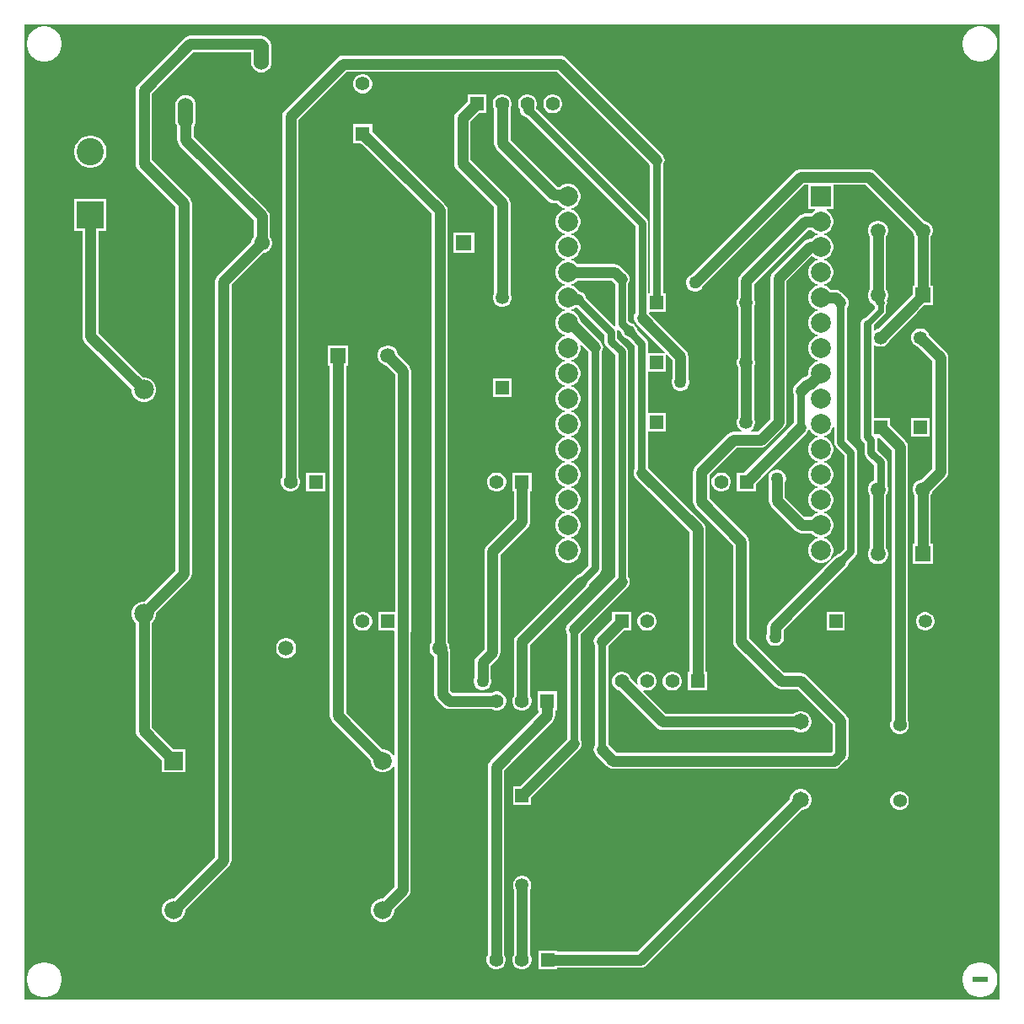
<source format=gtl>
%FSLAX23Y23*%
%MOIN*%
%SFA1B1*%

%IPPOS*%
%ADD13R,0.061020X0.023620*%
%ADD30C,0.061020*%
%ADD31R,0.061020X0.061020*%
%ADD34C,0.107480*%
%ADD35R,0.107480X0.107480*%
%ADD37C,0.031500*%
%ADD38C,0.043310*%
%ADD39C,0.023620*%
%ADD40C,0.078740*%
%ADD41R,0.078740X0.078740*%
%ADD42C,0.072000*%
%ADD43R,0.072000X0.072000*%
%ADD44R,0.059370X0.059370*%
%ADD45C,0.059370*%
%ADD46O,0.060000X0.120000*%
%ADD47R,0.055120X0.055120*%
%ADD48C,0.055120*%
%ADD49R,0.053150X0.053150*%
%ADD50C,0.053150*%
%ADD51R,0.055120X0.055120*%
%ADD52C,0.064960*%
%ADD53C,0.077950*%
%ADD54R,0.053150X0.053150*%
%ADD55C,0.053470*%
%ADD56C,0.050000*%
%LNpcb2-1*%
%LPD*%
G36*
X7086Y1023D02*
X3228D01*
Y4881*
X7086*
Y1023*
G37*
%LNpcb2-2*%
%LPC*%
G36*
X7014Y4872D02*
X7001D01*
X6987Y4869*
X6975Y4864*
X6963Y4856*
X6954Y4847*
X6946Y4835*
X6941Y4823*
X6938Y4809*
Y4796*
X6941Y4783*
X6946Y4770*
X6954Y4759*
X6963Y4749*
X6975Y4741*
X6987Y4736*
X7001Y4734*
X7014*
X7028Y4736*
X7040Y4741*
X7051Y4749*
X7061Y4759*
X7069Y4770*
X7074Y4783*
X7076Y4796*
Y4809*
X7074Y4823*
X7069Y4835*
X7061Y4847*
X7051Y4856*
X7040Y4864*
X7028Y4869*
X7014Y4872*
G37*
G36*
X3313D02*
X3300D01*
X3286Y4869*
X3274Y4864*
X3263Y4856*
X3253Y4847*
X3245Y4835*
X3240Y4823*
X3238Y4809*
Y4796*
X3240Y4783*
X3245Y4770*
X3253Y4759*
X3263Y4749*
X3274Y4741*
X3286Y4736*
X3300Y4734*
X3313*
X3327Y4736*
X3339Y4741*
X3351Y4749*
X3360Y4759*
X3368Y4770*
X3373Y4783*
X3376Y4796*
Y4809*
X3373Y4823*
X3368Y4835*
X3360Y4847*
X3351Y4856*
X3339Y4864*
X3327Y4869*
X3313Y4872*
G37*
G36*
X4165Y4835D02*
X3883D01*
X3875Y4833*
X3867Y4830*
X3861Y4825*
X3678Y4642*
X3673Y4636*
X3669Y4628*
X3668Y4620*
Y4330*
X3669Y4322*
X3673Y4314*
X3678Y4308*
X3826Y4160*
Y2719*
X3704Y2598*
X3694*
X3681Y2594*
X3670Y2588*
X3661Y2579*
X3655Y2568*
X3651Y2555*
Y2542*
X3655Y2530*
X3661Y2519*
X3668Y2511*
Y2086*
X3669Y2078*
X3673Y2070*
X3678Y2063*
X3772Y1969*
Y1922*
X3864*
Y2014*
X3817*
X3732Y2099*
Y2511*
X3739Y2519*
X3746Y2530*
X3749Y2542*
Y2553*
X3880Y2684*
X3885Y2690*
X3889Y2698*
X3890Y2706*
Y4173*
X3889Y4181*
X3885Y4189*
X3880Y4195*
X3732Y4343*
Y4607*
X3896Y4771*
X4125*
Y4730*
X4126Y4720*
X4130Y4710*
X4137Y4702*
X4145Y4695*
X4155Y4691*
X4165Y4690*
X4176Y4691*
X4185Y4695*
X4194Y4702*
X4200Y4710*
X4204Y4720*
X4206Y4730*
Y4790*
X4204Y4801*
X4200Y4810*
X4194Y4819*
X4191Y4820*
X4188Y4825*
X4181Y4830*
X4174Y4833*
X4165Y4835*
G37*
G36*
X4571Y4683D02*
X4561D01*
X4552Y4680*
X4543Y4675*
X4536Y4668*
X4531Y4660*
X4529Y4650*
Y4640*
X4531Y4631*
X4536Y4622*
X4543Y4615*
X4552Y4610*
X4561Y4608*
X4571*
X4581Y4610*
X4589Y4615*
X4596Y4622*
X4601Y4631*
X4604Y4640*
Y4650*
X4601Y4660*
X4596Y4668*
X4589Y4675*
X4581Y4680*
X4571Y4683*
G37*
G36*
X5323Y4604D02*
X5313D01*
X5303Y4601*
X5295Y4596*
X5288Y4589*
X5283Y4581*
X5280Y4571*
Y4561*
X5283Y4552*
X5288Y4543*
X5295Y4536*
X5303Y4531*
X5313Y4529*
X5323*
X5332Y4531*
X5341Y4536*
X5348Y4543*
X5353Y4552*
X5355Y4561*
Y4571*
X5353Y4581*
X5348Y4589*
X5341Y4596*
X5332Y4601*
X5323Y4604*
G37*
G36*
X3495Y4440D02*
X3483D01*
X3470Y4438*
X3459Y4433*
X3448Y4426*
X3440Y4417*
X3433Y4407*
X3428Y4395*
X3425Y4383*
Y4370*
X3428Y4358*
X3433Y4346*
X3440Y4336*
X3448Y4327*
X3459Y4320*
X3470Y4315*
X3483Y4313*
X3495*
X3508Y4315*
X3519Y4320*
X3530Y4327*
X3539Y4336*
X3546Y4346*
X3550Y4358*
X3553Y4370*
Y4383*
X3550Y4395*
X3546Y4407*
X3539Y4417*
X3530Y4426*
X3519Y4433*
X3508Y4438*
X3495Y4440*
G37*
G36*
X5007Y4056D02*
X4926D01*
Y3975*
X5007*
Y4056*
G37*
G36*
X5347Y4756D02*
X4488D01*
X4479Y4755*
X4472Y4752*
X4465Y4746*
X4258Y4539*
X4253Y4532*
X4249Y4525*
X4248Y4516*
Y3090*
X4245Y3085*
X4243Y3075*
Y3065*
X4245Y3056*
X4250Y3047*
X4257Y3040*
X4266Y3035*
X4275Y3033*
X4285*
X4295Y3035*
X4303Y3040*
X4310Y3047*
X4315Y3056*
X4318Y3065*
Y3075*
X4315Y3085*
X4312Y3090*
Y4503*
X4501Y4692*
X5334*
X5702Y4324*
Y3816*
X5696*
Y4093*
X5695Y4100*
X5692Y4106*
X5688Y4112*
X5252Y4548*
Y4551*
X5253Y4552*
X5255Y4561*
Y4571*
X5253Y4581*
X5248Y4589*
X5241Y4596*
X5232Y4601*
X5223Y4604*
X5213*
X5203Y4601*
X5195Y4596*
X5188Y4589*
X5183Y4581*
X5180Y4571*
Y4561*
X5183Y4552*
X5188Y4543*
X5188Y4543*
Y4543*
X5189Y4535*
X5192Y4527*
X5197Y4520*
X5204Y4515*
X5212Y4512*
X5214Y4512*
X5644Y4082*
Y3739*
X5642Y3736*
X5639Y3729*
X5638Y3721*
X5639Y3712*
X5642Y3705*
X5647Y3698*
X5761Y3584*
X5759Y3579*
X5695*
Y3618*
X5694Y3625*
X5691Y3631*
X5687Y3637*
X5651Y3673*
X5650Y3676*
X5647Y3683*
X5642Y3690*
X5641Y3692*
X5634Y3697*
X5626Y3700*
X5624Y3700*
X5616Y3708*
Y3855*
X5618Y3857*
X5621Y3865*
X5622Y3873*
X5621Y3881*
X5618Y3889*
X5613Y3896*
X5585Y3923*
X5579Y3928*
X5571Y3931*
X5563Y3932*
X5415*
X5408Y3940*
X5397Y3946*
X5391Y3948*
Y3953*
X5397Y3954*
X5408Y3961*
X5417Y3970*
X5423Y3981*
X5427Y3994*
Y4007*
X5423Y4019*
X5417Y4031*
X5408Y4040*
X5397Y4046*
X5391Y4048*
Y4053*
X5397Y4054*
X5408Y4061*
X5417Y4070*
X5423Y4081*
X5427Y4094*
Y4107*
X5423Y4119*
X5417Y4131*
X5408Y4140*
X5397Y4146*
X5391Y4148*
Y4153*
X5397Y4154*
X5408Y4161*
X5417Y4170*
X5423Y4181*
X5427Y4194*
Y4207*
X5423Y4219*
X5417Y4231*
X5408Y4240*
X5397Y4246*
X5384Y4250*
X5371*
X5358Y4246*
X5347Y4240*
X5344Y4237*
X5335*
X5150Y4422*
Y4547*
X5153Y4552*
X5155Y4561*
Y4571*
X5153Y4581*
X5148Y4589*
X5141Y4596*
X5132Y4601*
X5123Y4604*
X5113*
X5103Y4601*
X5095Y4596*
X5088Y4589*
X5083Y4581*
X5080Y4571*
Y4561*
X5083Y4552*
X5086Y4547*
Y4409*
X5087Y4401*
X5090Y4393*
X5095Y4386*
X5299Y4183*
X5305Y4178*
X5313Y4174*
X5321Y4173*
X5336*
X5338Y4170*
X5347Y4161*
X5358Y4154*
X5364Y4153*
Y4148*
X5358Y4146*
X5347Y4140*
X5338Y4131*
X5331Y4119*
X5328Y4107*
Y4094*
X5331Y4081*
X5338Y4070*
X5347Y4061*
X5358Y4054*
X5364Y4053*
Y4048*
X5358Y4046*
X5347Y4040*
X5338Y4031*
X5331Y4019*
X5328Y4007*
Y3994*
X5331Y3981*
X5338Y3970*
X5347Y3961*
X5358Y3954*
X5364Y3953*
Y3948*
X5358Y3946*
X5347Y3940*
X5338Y3931*
X5331Y3919*
X5328Y3907*
Y3894*
X5331Y3881*
X5338Y3870*
X5347Y3861*
X5358Y3854*
X5364Y3853*
Y3848*
X5358Y3846*
X5347Y3840*
X5338Y3831*
X5331Y3819*
X5328Y3807*
Y3794*
X5331Y3781*
X5338Y3770*
X5347Y3761*
X5358Y3754*
X5364Y3753*
Y3748*
X5358Y3746*
X5347Y3740*
X5338Y3731*
X5331Y3719*
X5328Y3707*
Y3694*
X5331Y3681*
X5338Y3670*
X5347Y3661*
X5358Y3654*
X5364Y3653*
Y3648*
X5358Y3646*
X5347Y3640*
X5338Y3631*
X5331Y3619*
X5328Y3607*
Y3594*
X5331Y3581*
X5338Y3570*
X5347Y3561*
X5358Y3554*
X5364Y3553*
Y3548*
X5358Y3546*
X5347Y3540*
X5338Y3531*
X5331Y3519*
X5328Y3507*
Y3494*
X5331Y3481*
X5338Y3470*
X5347Y3461*
X5358Y3454*
X5364Y3453*
Y3448*
X5358Y3446*
X5347Y3440*
X5338Y3431*
X5331Y3419*
X5328Y3407*
Y3394*
X5331Y3381*
X5338Y3370*
X5347Y3361*
X5358Y3354*
X5364Y3353*
Y3348*
X5358Y3346*
X5347Y3340*
X5338Y3331*
X5331Y3319*
X5328Y3307*
Y3294*
X5331Y3281*
X5338Y3270*
X5347Y3261*
X5358Y3254*
X5364Y3253*
Y3248*
X5358Y3246*
X5347Y3240*
X5338Y3231*
X5331Y3219*
X5328Y3207*
Y3194*
X5331Y3181*
X5338Y3170*
X5347Y3161*
X5358Y3154*
X5364Y3153*
Y3148*
X5358Y3146*
X5347Y3140*
X5338Y3131*
X5331Y3119*
X5328Y3107*
Y3094*
X5331Y3081*
X5338Y3070*
X5347Y3061*
X5358Y3054*
X5364Y3053*
Y3048*
X5358Y3046*
X5347Y3040*
X5338Y3031*
X5331Y3019*
X5328Y3007*
Y2994*
X5331Y2981*
X5338Y2970*
X5347Y2961*
X5358Y2954*
X5364Y2953*
Y2948*
X5358Y2946*
X5347Y2940*
X5338Y2931*
X5331Y2919*
X5328Y2907*
Y2894*
X5331Y2881*
X5338Y2870*
X5347Y2861*
X5358Y2854*
X5364Y2853*
Y2848*
X5358Y2846*
X5347Y2840*
X5338Y2831*
X5331Y2819*
X5328Y2807*
Y2794*
X5331Y2781*
X5338Y2770*
X5347Y2761*
X5358Y2754*
X5371Y2751*
X5384*
X5397Y2754*
X5408Y2761*
X5417Y2770*
X5423Y2781*
X5427Y2794*
Y2807*
X5423Y2819*
X5417Y2831*
X5408Y2840*
X5397Y2846*
X5391Y2848*
Y2853*
X5397Y2854*
X5408Y2861*
X5417Y2870*
X5423Y2881*
X5427Y2894*
Y2907*
X5423Y2919*
X5417Y2931*
X5408Y2940*
X5397Y2946*
X5391Y2948*
Y2953*
X5397Y2954*
X5408Y2961*
X5417Y2970*
X5423Y2981*
X5427Y2994*
Y3007*
X5423Y3019*
X5417Y3031*
X5408Y3040*
X5397Y3046*
X5391Y3048*
Y3053*
X5397Y3054*
X5408Y3061*
X5417Y3070*
X5423Y3081*
X5427Y3094*
Y3107*
X5423Y3119*
X5417Y3131*
X5408Y3140*
X5397Y3146*
X5391Y3148*
Y3153*
X5397Y3154*
X5408Y3161*
X5417Y3170*
X5423Y3181*
X5427Y3194*
Y3207*
X5423Y3219*
X5417Y3231*
X5408Y3240*
X5397Y3246*
X5391Y3248*
Y3253*
X5397Y3254*
X5408Y3261*
X5417Y3270*
X5423Y3281*
X5427Y3294*
Y3307*
X5423Y3319*
X5417Y3331*
X5408Y3340*
X5397Y3346*
X5391Y3348*
Y3353*
X5397Y3354*
X5408Y3361*
X5417Y3370*
X5423Y3381*
X5427Y3394*
Y3407*
X5423Y3419*
X5417Y3431*
X5408Y3440*
X5397Y3446*
X5391Y3448*
Y3453*
X5397Y3454*
X5408Y3461*
X5417Y3470*
X5423Y3481*
X5427Y3494*
Y3507*
X5423Y3519*
X5417Y3531*
X5408Y3540*
X5397Y3546*
X5391Y3548*
Y3553*
X5397Y3554*
X5408Y3561*
X5417Y3570*
X5423Y3581*
X5427Y3594*
Y3607*
X5426Y3610*
X5430Y3612*
X5459Y3583*
Y2740*
X5427Y2708*
X5424Y2708*
X5417Y2704*
X5410Y2699*
X5174Y2463*
X5169Y2456*
X5166Y2449*
X5164Y2440*
Y2224*
X5161Y2219*
X5159Y2209*
Y2199*
X5161Y2190*
X5166Y2181*
X5173Y2174*
X5182Y2169*
X5191Y2167*
X5201*
X5211Y2169*
X5219Y2174*
X5226Y2181*
X5231Y2190*
X5234Y2199*
Y2209*
X5231Y2219*
X5228Y2224*
Y2427*
X5455Y2654*
X5460Y2661*
X5463Y2668*
X5464Y2671*
X5504Y2711*
X5508Y2716*
X5510Y2723*
X5511Y2729*
Y3584*
X5513Y3586*
X5516Y3594*
X5517Y3602*
X5516Y3611*
X5513Y3618*
X5508Y3625*
X5428Y3705*
X5427Y3706*
Y3707*
X5423Y3719*
X5417Y3731*
X5408Y3740*
X5397Y3746*
X5391Y3748*
Y3753*
X5397Y3754*
X5408Y3761*
X5409Y3762*
X5413*
X5522Y3653*
Y3627*
X5522Y3621*
X5525Y3614*
X5529Y3609*
X5564Y3574*
Y2696*
X5378Y2510*
X5373Y2503*
X5370Y2496*
X5369Y2487*
X5370Y2479*
X5373Y2471*
X5375Y2469*
Y2054*
X5188Y1867*
X5160*
Y1794*
X5233*
Y1822*
X5423Y2012*
X5428Y2019*
X5431Y2026*
X5433Y2035*
X5431Y2043*
X5428Y2050*
X5427Y2053*
Y2468*
X5613Y2654*
X5618Y2661*
X5621Y2668*
X5622Y2677*
X5621Y2685*
X5618Y2693*
X5616Y2695*
Y3585*
X5615Y3592*
X5613Y3598*
X5608Y3603*
X5573Y3638*
Y3664*
X5573Y3671*
X5573Y3671*
X5577Y3673*
X5587Y3663*
X5587Y3661*
X5590Y3653*
X5595Y3646*
X5597Y3645*
X5604Y3640*
X5611Y3637*
X5614Y3636*
X5643Y3607*
Y3125*
X5641Y3123*
X5638Y3115*
X5637Y3107*
X5638Y3099*
X5641Y3091*
X5646Y3085*
X5858Y2873*
Y2321*
X5852*
Y2245*
X5928*
Y2321*
X5922*
Y2886*
X5921Y2894*
X5918Y2902*
X5913Y2909*
X5695Y3126*
Y3270*
X5764*
Y3343*
X5695*
Y3506*
X5764*
Y3573*
X5769Y3576*
X5791Y3554*
Y3480*
X5790Y3479*
X5788Y3470*
Y3461*
X5790Y3452*
X5794Y3444*
X5801Y3437*
X5809Y3433*
X5818Y3431*
X5827*
X5836Y3433*
X5844Y3437*
X5851Y3444*
X5855Y3452*
X5858Y3461*
Y3470*
X5855Y3479*
X5854Y3480*
Y3568*
X5853Y3576*
X5850Y3584*
X5845Y3590*
X5698Y3737*
X5700Y3742*
X5764*
Y3816*
X5754*
Y4325*
X5755Y4327*
X5759Y4335*
X5760Y4343*
X5759Y4351*
X5755Y4359*
X5750Y4366*
X5370Y4746*
X5363Y4752*
X5355Y4755*
X5347Y4756*
G37*
G36*
X5055Y4604D02*
X4980D01*
Y4574*
X4938Y4532*
X4932Y4525*
X4929Y4517*
X4928Y4509*
Y4330*
X4929Y4322*
X4932Y4314*
X4938Y4308*
X5086Y4160*
Y3817*
X5084Y3813*
X5081Y3804*
Y3794*
X5084Y3785*
X5088Y3776*
X5095Y3769*
X5103Y3765*
X5113Y3762*
X5122*
X5132Y3765*
X5140Y3769*
X5147Y3776*
X5152Y3785*
X5154Y3794*
Y3804*
X5152Y3813*
X5150Y3817*
Y4173*
X5148Y4181*
X5145Y4189*
X5140Y4195*
X4992Y4343*
Y4496*
X5025Y4529*
X5055*
Y4604*
G37*
G36*
X6569Y4308D02*
X6299D01*
X6290Y4307*
X6283Y4304*
X6276Y4299*
X5868Y3891*
X5867Y3891*
X5859Y3887*
X5852Y3880*
X5848Y3872*
X5846Y3863*
Y3854*
X5848Y3845*
X5852Y3837*
X5859Y3830*
X5867Y3826*
X5876Y3824*
X5885*
X5894Y3826*
X5902Y3830*
X5909Y3837*
X5913Y3845*
X5913Y3846*
X6312Y4245*
X6328*
Y4151*
X6354*
X6355Y4150*
X6354Y4144*
X6347Y4140*
X6340Y4132*
X6315*
X6307Y4131*
X6299Y4128*
X6293Y4123*
X6060Y3890*
X6055Y3883*
X6051Y3875*
X6050Y3867*
Y3797*
X6048Y3793*
X6046Y3784*
Y3774*
X6048Y3765*
X6050Y3761*
Y3561*
X6048Y3557*
X6046Y3548*
Y3538*
X6048Y3529*
X6050Y3525*
Y3324*
X6048Y3321*
X6046Y3311*
Y3302*
X6048Y3292*
X6053Y3284*
X6060Y3277*
X6065Y3274*
X6063Y3269*
X6033*
X6024Y3268*
X6017Y3265*
X6010Y3260*
X5882Y3133*
X5877Y3126*
X5874Y3118*
X5873Y3110*
Y2992*
X5874Y2983*
X5877Y2976*
X5882Y2969*
X6031Y2821*
Y2440*
X6032Y2432*
X6035Y2424*
X6040Y2418*
X6197Y2260*
X6204Y2255*
X6212Y2252*
X6220Y2251*
X6285*
X6424Y2112*
Y2007*
X6418Y2000*
X5569*
X5537Y2032*
Y2421*
X5598Y2482*
X5628*
Y2557*
X5552*
Y2527*
X5489Y2463*
X5484Y2456*
X5480Y2449*
X5479Y2440*
X5480Y2432*
X5484Y2424*
X5485Y2422*
Y2031*
X5484Y2029*
X5480Y2021*
X5479Y2013*
X5480Y2004*
X5484Y1997*
X5489Y1990*
X5533Y1945*
X5540Y1940*
X5548Y1937*
X5556Y1936*
X6431*
X6439Y1937*
X6447Y1940*
X6453Y1945*
X6479Y1971*
X6484Y1977*
X6487Y1985*
X6488Y1993*
Y2125*
X6487Y2134*
X6484Y2141*
X6479Y2148*
X6321Y2306*
X6315Y2311*
X6307Y2314*
X6299Y2315*
X6233*
X6094Y2454*
Y2834*
X6093Y2842*
X6090Y2850*
X6085Y2857*
X5937Y3005*
Y3097*
X6046Y3206*
X6141*
X6149Y3207*
X6156Y3210*
X6163Y3215*
X6233Y3285*
X6238Y3292*
X6241Y3299*
X6242Y3308*
Y3864*
X6343Y3965*
X6347Y3961*
X6358Y3954*
X6364Y3953*
Y3948*
X6358Y3946*
X6347Y3940*
X6338Y3931*
X6331Y3919*
X6328Y3907*
Y3894*
X6331Y3881*
X6338Y3870*
X6347Y3861*
X6358Y3854*
X6364Y3853*
Y3848*
X6358Y3846*
X6347Y3840*
X6338Y3831*
X6331Y3819*
X6328Y3807*
Y3794*
X6331Y3781*
X6338Y3770*
X6347Y3761*
X6358Y3754*
X6364Y3753*
Y3748*
X6358Y3746*
X6347Y3740*
X6338Y3731*
X6331Y3719*
X6328Y3707*
Y3694*
X6331Y3681*
X6338Y3670*
X6347Y3661*
X6358Y3654*
X6364Y3653*
Y3648*
X6358Y3646*
X6347Y3640*
X6338Y3631*
X6331Y3619*
X6328Y3607*
Y3594*
X6331Y3581*
X6338Y3570*
X6347Y3561*
X6358Y3554*
X6364Y3553*
Y3548*
X6358Y3546*
X6347Y3540*
X6338Y3531*
X6331Y3519*
X6328Y3507*
Y3496*
X6320Y3488*
X6316Y3487*
X6308Y3484*
X6302Y3479*
X6276Y3454*
X6271Y3447*
X6268Y3439*
X6267Y3431*
X6268Y3423*
X6271Y3415*
X6273Y3413*
Y3305*
X6076Y3108*
X6046*
Y3033*
X6121*
Y3063*
X6321Y3263*
X6326Y3269*
X6329Y3276*
X6333Y3276*
X6334Y3276*
X6338Y3270*
X6347Y3261*
X6358Y3254*
X6364Y3253*
Y3248*
X6358Y3246*
X6347Y3240*
X6338Y3231*
X6331Y3219*
X6328Y3207*
Y3194*
X6331Y3181*
X6338Y3170*
X6347Y3161*
X6358Y3154*
X6364Y3153*
Y3148*
X6358Y3146*
X6347Y3140*
X6338Y3131*
X6331Y3119*
X6328Y3107*
Y3094*
X6331Y3081*
X6338Y3070*
X6347Y3061*
X6358Y3054*
X6364Y3053*
Y3048*
X6358Y3046*
X6347Y3040*
X6338Y3031*
X6331Y3019*
X6328Y3007*
Y2994*
X6331Y2981*
X6338Y2970*
X6347Y2961*
X6358Y2954*
X6364Y2953*
Y2948*
X6358Y2946*
X6347Y2940*
X6340Y2932*
X6313*
X6236Y3009*
Y3069*
X6237Y3070*
X6240Y3079*
Y3088*
X6237Y3097*
X6233Y3105*
X6226Y3112*
X6218Y3116*
X6209Y3119*
X6200*
X6191Y3116*
X6183Y3112*
X6176Y3105*
X6172Y3097*
X6170Y3088*
Y3079*
X6172Y3070*
X6173Y3069*
Y2995*
X6174Y2987*
X6177Y2979*
X6182Y2973*
X6277Y2878*
X6284Y2873*
X6291Y2869*
X6300Y2868*
X6340*
X6347Y2861*
X6358Y2854*
X6364Y2853*
Y2848*
X6358Y2846*
X6347Y2840*
X6338Y2831*
X6331Y2819*
X6328Y2807*
Y2794*
X6331Y2781*
X6338Y2770*
X6347Y2761*
X6358Y2754*
X6371Y2751*
X6384*
X6397Y2754*
X6408Y2761*
X6417Y2770*
X6423Y2781*
X6427Y2794*
Y2807*
X6423Y2819*
X6417Y2831*
X6408Y2840*
X6397Y2846*
X6391Y2848*
Y2853*
X6397Y2854*
X6408Y2861*
X6417Y2870*
X6423Y2881*
X6427Y2894*
Y2907*
X6423Y2919*
X6417Y2931*
X6408Y2940*
X6397Y2946*
X6391Y2948*
Y2953*
X6397Y2954*
X6408Y2961*
X6417Y2970*
X6423Y2981*
X6427Y2994*
Y3007*
X6423Y3019*
X6417Y3031*
X6408Y3040*
X6397Y3046*
X6391Y3048*
Y3053*
X6397Y3054*
X6408Y3061*
X6417Y3070*
X6423Y3081*
X6427Y3094*
Y3107*
X6423Y3119*
X6417Y3131*
X6408Y3140*
X6397Y3146*
X6391Y3148*
Y3153*
X6397Y3154*
X6408Y3161*
X6417Y3170*
X6423Y3181*
X6427Y3194*
Y3207*
X6423Y3219*
X6417Y3231*
X6408Y3240*
X6397Y3246*
X6391Y3248*
Y3253*
X6397Y3254*
X6408Y3261*
X6417Y3270*
X6423Y3281*
X6425Y3288*
X6430Y3287*
Y3228*
X6431Y3221*
X6434Y3215*
X6438Y3209*
X6470Y3178*
Y2806*
X6451Y2787*
X6448Y2786*
X6440Y2783*
X6434Y2778*
X6175Y2519*
X6170Y2513*
X6167Y2505*
X6166Y2497*
Y2473*
X6164Y2470*
X6162Y2461*
Y2452*
X6164Y2443*
X6169Y2435*
X6175Y2429*
X6183Y2424*
X6192Y2422*
X6201*
X6210Y2424*
X6218Y2429*
X6225Y2435*
X6230Y2443*
X6232Y2452*
Y2461*
X6230Y2470*
Y2484*
X6479Y2733*
X6484Y2739*
X6487Y2747*
X6487Y2750*
X6514Y2776*
X6518Y2782*
X6521Y2788*
X6522Y2795*
Y3188*
X6521Y3195*
X6518Y3201*
X6514Y3207*
X6482Y3239*
Y3761*
X6484Y3763*
X6487Y3771*
X6488Y3779*
X6487Y3787*
X6484Y3795*
X6479Y3802*
X6459Y3821*
X6453Y3826*
X6445Y3829*
X6437Y3830*
X6417*
X6417Y3831*
X6408Y3840*
X6397Y3846*
X6391Y3848*
Y3853*
X6397Y3854*
X6408Y3861*
X6417Y3870*
X6423Y3881*
X6427Y3894*
Y3907*
X6423Y3919*
X6417Y3931*
X6408Y3940*
X6397Y3946*
X6391Y3948*
Y3953*
X6397Y3954*
X6408Y3961*
X6417Y3970*
X6423Y3981*
X6427Y3994*
Y4007*
X6423Y4019*
X6417Y4031*
X6408Y4040*
X6397Y4046*
X6391Y4048*
Y4053*
X6397Y4054*
X6408Y4061*
X6417Y4070*
X6423Y4081*
X6427Y4094*
Y4107*
X6423Y4119*
X6417Y4131*
X6408Y4140*
X6401Y4144*
X6400Y4150*
X6401Y4151*
X6427*
Y4245*
X6556*
X6741Y4059*
X6744Y4049*
X6749Y4040*
Y3848*
X6741*
Y3814*
X6714Y3787*
X6604Y3676*
X6600Y3675*
X6592Y3671*
X6587Y3673*
Y3689*
X6629Y3732*
X6634Y3739*
X6636Y3747*
Y3766*
X6636Y3766*
X6639Y3772*
X6640Y3779*
X6639Y3786*
X6638Y3788*
X6641Y3793*
X6644Y3803*
Y3814*
X6641Y3824*
X6636Y3833*
Y4040*
X6641Y4049*
X6644Y4059*
Y4070*
X6641Y4080*
X6636Y4089*
X6628Y4096*
X6619Y4101*
X6609Y4104*
X6599*
X6589Y4101*
X6579Y4096*
X6572Y4089*
X6567Y4080*
X6564Y4070*
Y4059*
X6567Y4049*
X6572Y4040*
Y3833*
X6567Y3824*
X6564Y3814*
Y3803*
X6567Y3793*
X6572Y3784*
X6579Y3777*
X6586Y3773*
X6587Y3771*
X6591Y3765*
X6591Y3765*
Y3756*
X6555Y3720*
X6555Y3720*
X6548Y3717*
X6543Y3713*
X6539Y3708*
X6536Y3702*
X6535Y3695*
Y3250*
X6536Y3243*
X6539Y3237*
X6543Y3231*
X6550Y3224*
Y3186*
X6551Y3180*
X6554Y3173*
X6558Y3168*
X6588Y3138*
Y3077*
X6579Y3073*
X6572Y3065*
X6567Y3056*
X6564Y3046*
Y3036*
X6567Y3026*
X6572Y3017*
Y2809*
X6567Y2800*
X6564Y2790*
Y2780*
X6567Y2770*
X6572Y2761*
X6579Y2753*
X6589Y2748*
X6599Y2745*
X6609*
X6619Y2748*
X6628Y2753*
X6636Y2761*
X6641Y2770*
X6644Y2780*
Y2790*
X6641Y2800*
X6636Y2809*
Y3017*
X6641Y3026*
X6644Y3036*
Y3046*
X6641Y3056*
X6640Y3058*
Y3058*
Y3149*
X6639Y3156*
X6636Y3162*
X6632Y3167*
X6602Y3197*
Y3235*
X6602Y3241*
X6601Y3243*
X6604Y3248*
X6607Y3248*
X6658Y3198*
Y2127*
X6655Y2123*
X6653Y2114*
Y2104*
X6655Y2095*
X6660Y2087*
X6667Y2080*
X6675Y2075*
X6685Y2072*
X6694*
X6704Y2075*
X6712Y2080*
X6719Y2087*
X6724Y2095*
X6726Y2104*
Y2114*
X6724Y2123*
X6721Y2127*
Y3211*
X6720Y3219*
X6717Y3227*
X6712Y3234*
X6650Y3295*
Y3323*
X6587*
Y3609*
X6592Y3611*
X6600Y3607*
X6609Y3605*
X6618*
X6628Y3607*
X6636Y3612*
X6643Y3619*
X6648Y3627*
X6649Y3631*
X6759Y3741*
X6786Y3769*
X6821*
Y3848*
X6813*
Y4040*
X6818Y4049*
X6821Y4059*
Y4070*
X6818Y4080*
X6813Y4089*
X6805Y4096*
X6796Y4101*
X6787Y4104*
X6592Y4299*
X6585Y4304*
X6577Y4307*
X6569Y4308*
G37*
G36*
X5154Y3481D02*
X5081D01*
Y3408*
X5154*
Y3481*
G37*
G36*
X3553Y4190D02*
X3425D01*
Y4063*
X3457*
Y3646*
X3458Y3638*
X3461Y3630*
X3466Y3623*
X3651Y3438*
Y3428*
X3655Y3416*
X3661Y3404*
X3670Y3395*
X3681Y3389*
X3694Y3386*
X3707*
X3719Y3389*
X3730Y3395*
X3739Y3404*
X3746Y3416*
X3749Y3428*
Y3441*
X3746Y3453*
X3739Y3465*
X3730Y3474*
X3719Y3480*
X3707Y3484*
X3696*
X3521Y3659*
Y4063*
X3553*
Y4190*
G37*
G36*
X6808Y3323D02*
X6735D01*
Y3250*
X6808*
Y3323*
G37*
G36*
X5989Y3108D02*
X5979D01*
X5969Y3105*
X5961Y3100*
X5954Y3093*
X5949Y3085*
X5946Y3075*
Y3065*
X5949Y3056*
X5954Y3047*
X5961Y3040*
X5969Y3035*
X5979Y3033*
X5989*
X5998Y3035*
X6007Y3040*
X6014Y3047*
X6019Y3056*
X6021Y3065*
Y3075*
X6019Y3085*
X6014Y3093*
X6007Y3100*
X5998Y3105*
X5989Y3108*
G37*
G36*
X5101D02*
X5091D01*
X5082Y3105*
X5073Y3100*
X5066Y3093*
X5061Y3085*
X5059Y3075*
Y3065*
X5061Y3056*
X5066Y3047*
X5073Y3040*
X5082Y3035*
X5091Y3033*
X5101*
X5111Y3035*
X5119Y3040*
X5126Y3047*
X5131Y3056*
X5134Y3065*
Y3075*
X5131Y3085*
X5126Y3093*
X5119Y3100*
X5111Y3105*
X5101Y3108*
G37*
G36*
X4418D02*
X4343D01*
Y3033*
X4418*
Y3108*
G37*
G36*
X6776Y3678D02*
X6766D01*
X6757Y3675*
X6749Y3671*
X6742Y3664*
X6737Y3655*
X6735Y3646*
Y3636*
X6737Y3627*
X6742Y3619*
X6749Y3612*
X6757Y3607*
X6761Y3606*
X6818Y3549*
Y3123*
X6775Y3080*
X6766Y3078*
X6757Y3073*
X6749Y3065*
X6744Y3056*
X6741Y3046*
Y3036*
X6744Y3026*
X6749Y3017*
Y2825*
X6741*
Y2745*
X6821*
Y2825*
X6813*
Y3017*
X6818Y3026*
X6821Y3035*
X6872Y3087*
X6878Y3094*
X6881Y3101*
X6882Y3110*
Y3562*
X6881Y3571*
X6878Y3578*
X6872Y3585*
X6806Y3651*
X6805Y3655*
X6800Y3664*
X6794Y3671*
X6785Y3675*
X6776Y3678*
G37*
G36*
X6796Y2556D02*
X6786D01*
X6777Y2553*
X6768Y2548*
X6762Y2542*
X6757Y2533*
X6754Y2524*
Y2514*
X6757Y2505*
X6762Y2497*
X6768Y2490*
X6777Y2485*
X6786Y2483*
X6796*
X6805Y2485*
X6813Y2490*
X6820Y2497*
X6825Y2505*
X6827Y2514*
Y2524*
X6825Y2533*
X6820Y2542*
X6813Y2548*
X6805Y2553*
X6796Y2556*
G37*
G36*
X6473D02*
X6400D01*
Y2483*
X6473*
Y2556*
G37*
G36*
X5695Y2557D02*
X5685D01*
X5676Y2554*
X5667Y2549*
X5660Y2542*
X5655Y2534*
X5652Y2524*
Y2514*
X5655Y2505*
X5660Y2496*
X5667Y2489*
X5676Y2484*
X5685Y2482*
X5695*
X5705Y2484*
X5713Y2489*
X5720Y2496*
X5725Y2505*
X5728Y2514*
Y2524*
X5725Y2534*
X5720Y2542*
X5713Y2549*
X5705Y2554*
X5695Y2557*
G37*
G36*
X4571D02*
X4561D01*
X4552Y2554*
X4543Y2549*
X4536Y2542*
X4531Y2534*
X4529Y2524*
Y2514*
X4531Y2505*
X4536Y2496*
X4543Y2489*
X4552Y2484*
X4561Y2482*
X4571*
X4581Y2484*
X4589Y2489*
X4596Y2496*
X4601Y2505*
X4604Y2514*
Y2524*
X4601Y2534*
X4596Y2542*
X4589Y2549*
X4581Y2554*
X4571Y2557*
G37*
G36*
X4269Y2453D02*
X4258D01*
X4248Y2450*
X4239Y2445*
X4232Y2437*
X4226Y2428*
X4224Y2418*
Y2408*
X4226Y2398*
X4232Y2389*
X4239Y2381*
X4248Y2376*
X4258Y2373*
X4269*
X4279Y2376*
X4288Y2381*
X4295Y2389*
X4300Y2398*
X4303Y2408*
Y2418*
X4300Y2428*
X4295Y2437*
X4288Y2445*
X4279Y2450*
X4269Y2453*
G37*
G36*
X5695Y2321D02*
X5685D01*
X5676Y2318*
X5667Y2313*
X5660Y2306*
X5655Y2297*
X5652Y2288*
Y2278*
X5654Y2271*
X5650Y2268*
X5627Y2292*
X5625Y2297*
X5620Y2306*
X5613Y2313*
X5605Y2318*
X5595Y2321*
X5585*
X5576Y2318*
X5567Y2313*
X5560Y2306*
X5555Y2297*
X5552Y2288*
Y2278*
X5555Y2268*
X5560Y2260*
X5567Y2253*
X5576Y2248*
X5581Y2246*
X5729Y2099*
X5736Y2094*
X5743Y2091*
X5751Y2090*
X6271*
X6273Y2088*
X6282Y2082*
X6293Y2079*
X6304*
X6315Y2082*
X6325Y2088*
X6333Y2095*
X6338Y2105*
X6341Y2116*
Y2127*
X6338Y2138*
X6333Y2148*
X6325Y2156*
X6315Y2161*
X6304Y2164*
X6293*
X6282Y2161*
X6273Y2156*
X6271Y2153*
X5765*
X5675Y2243*
X5678Y2247*
X5685Y2245*
X5695*
X5705Y2248*
X5713Y2253*
X5720Y2260*
X5725Y2268*
X5728Y2278*
Y2288*
X5725Y2297*
X5720Y2306*
X5713Y2313*
X5705Y2318*
X5695Y2321*
G37*
G36*
X5234Y3108D02*
X5159D01*
Y3033*
X5164*
Y2926*
X5056Y2818*
X5051Y2811*
X5048Y2803*
X5047Y2795*
Y2408*
X5018Y2379*
X5013Y2372*
X5009Y2364*
X5008Y2356*
Y2298*
X5007Y2296*
X5005Y2287*
Y2278*
X5007Y2269*
X5012Y2261*
X5018Y2254*
X5026Y2250*
X5035Y2247*
X5044*
X5053Y2250*
X5061Y2254*
X5068Y2261*
X5072Y2269*
X5075Y2278*
Y2287*
X5072Y2296*
X5072Y2296*
Y2343*
X5101Y2372*
X5106Y2379*
X5109Y2386*
X5110Y2395*
Y2782*
X5219Y2890*
X5224Y2897*
X5227Y2905*
X5228Y2913*
Y3033*
X5234*
Y3108*
G37*
G36*
X5795Y2321D02*
X5785D01*
X5776Y2318*
X5767Y2313*
X5760Y2306*
X5755Y2297*
X5752Y2288*
Y2278*
X5755Y2268*
X5760Y2260*
X5767Y2253*
X5776Y2248*
X5785Y2245*
X5795*
X5805Y2248*
X5813Y2253*
X5820Y2260*
X5825Y2268*
X5828Y2278*
Y2288*
X5825Y2297*
X5820Y2306*
X5813Y2313*
X5805Y2318*
X5795Y2321*
G37*
G36*
X4604Y4486D02*
X4529D01*
Y4411*
X4559*
X4838Y4132*
Y2437*
X4833Y2428*
X4830Y2418*
Y2408*
X4833Y2398*
X4838Y2389*
X4845Y2381*
X4849Y2379*
Y2230*
X4851Y2221*
X4854Y2214*
X4859Y2207*
X4884Y2182*
X4891Y2177*
X4899Y2173*
X4907Y2172*
X5077*
X5082Y2169*
X5091Y2167*
X5101*
X5111Y2169*
X5119Y2174*
X5126Y2181*
X5131Y2190*
X5134Y2199*
Y2209*
X5131Y2219*
X5126Y2227*
X5119Y2234*
X5111Y2239*
X5101Y2242*
X5091*
X5082Y2239*
X5077Y2236*
X4920*
X4913Y2243*
Y2397*
X4912Y2405*
X4909Y2412*
Y2418*
X4907Y2428*
X4902Y2437*
Y4145*
X4900Y4153*
X4897Y4161*
X4892Y4168*
X4604Y4456*
Y4486*
G37*
G36*
X4670Y3610D02*
X4660D01*
X4650Y3607*
X4640Y3602*
X4633Y3595*
X4628Y3586*
X4625Y3576*
Y3565*
X4628Y3555*
X4633Y3546*
X4640Y3539*
X4650Y3533*
X4659Y3531*
X4694Y3496*
Y2557*
X4629*
Y2482*
X4689*
X4692Y2478*
X4692Y2477*
Y1989*
X4687Y1988*
X4682Y1996*
X4673Y2005*
X4663Y2011*
X4651Y2014*
X4644*
X4500Y2158*
Y3531*
X4508*
Y3610*
X4428*
Y3531*
X4436*
Y2145*
X4437Y2137*
X4440Y2129*
X4445Y2123*
X4599Y1969*
Y1962*
X4602Y1950*
X4608Y1940*
X4617Y1931*
X4627Y1925*
X4639Y1922*
X4651*
X4663Y1925*
X4673Y1931*
X4682Y1940*
X4687Y1948*
X4692Y1947*
Y1469*
X4646Y1423*
X4639*
X4627Y1420*
X4617Y1414*
X4608Y1405*
X4602Y1395*
X4599Y1383*
Y1371*
X4602Y1359*
X4608Y1349*
X4617Y1340*
X4627Y1334*
X4639Y1331*
X4651*
X4663Y1334*
X4673Y1340*
X4682Y1349*
X4688Y1359*
X4691Y1371*
Y1378*
X4746Y1433*
X4752Y1440*
X4755Y1447*
X4756Y1456*
Y2469*
X4756Y2470*
X4758Y2479*
Y3510*
X4756Y3518*
X4753Y3526*
X4748Y3532*
X4704Y3576*
X4702Y3586*
X4697Y3595*
X4689Y3602*
X4680Y3607*
X4670Y3610*
G37*
G36*
X6694Y1847D02*
X6685D01*
X6675Y1844*
X6667Y1839*
X6660Y1832*
X6655Y1824*
X6653Y1815*
Y1805*
X6655Y1796*
X6660Y1787*
X6667Y1781*
X6675Y1776*
X6685Y1773*
X6694*
X6704Y1776*
X6712Y1781*
X6719Y1787*
X6724Y1796*
X6726Y1805*
Y1815*
X6724Y1824*
X6719Y1832*
X6712Y1839*
X6704Y1844*
X6694Y1847*
G37*
G36*
X3865Y4601D02*
X3855Y4599D01*
X3845Y4595*
X3837Y4589*
X3830Y4580*
X3826Y4571*
X3825Y4560*
Y4500*
X3826Y4490*
X3830Y4480*
X3833Y4476*
Y4423*
X3834Y4415*
X3838Y4407*
X3843Y4401*
X4135Y4108*
Y4041*
X4134Y4040*
X4129Y4031*
X4126Y4021*
Y4020*
X3993Y3886*
X3988Y3880*
X3984Y3872*
X3983Y3864*
Y1587*
X3819Y1423*
X3812*
X3800Y1420*
X3790Y1414*
X3781Y1405*
X3775Y1395*
X3772Y1383*
Y1371*
X3775Y1359*
X3781Y1349*
X3790Y1340*
X3800Y1334*
X3812Y1331*
X3824*
X3836Y1334*
X3846Y1340*
X3855Y1349*
X3861Y1359*
X3864Y1371*
Y1378*
X4038Y1552*
X4043Y1558*
X4046Y1566*
X4047Y1574*
Y3850*
X4171Y3975*
X4172*
X4182Y3978*
X4192Y3983*
X4199Y3990*
X4205Y4000*
X4207Y4010*
Y4021*
X4205Y4031*
X4199Y4040*
X4199Y4041*
Y4122*
X4198Y4130*
X4194Y4137*
X4189Y4144*
X3897Y4436*
Y4476*
X3900Y4480*
X3904Y4490*
X3906Y4500*
Y4560*
X3904Y4571*
X3900Y4580*
X3894Y4589*
X3885Y4595*
X3876Y4599*
X3865Y4601*
G37*
G36*
X6304Y1857D02*
X6293D01*
X6282Y1854*
X6273Y1848*
X6265Y1841*
X6259Y1831*
X6256Y1820*
Y1817*
X5652Y1213*
X5336*
Y1218*
X5261*
Y1143*
X5336*
Y1149*
X5665*
X5673Y1150*
X5681Y1153*
X5687Y1158*
X6301Y1772*
X6304*
X6315Y1775*
X6325Y1780*
X6333Y1788*
X6338Y1798*
X6341Y1809*
Y1820*
X6338Y1831*
X6333Y1841*
X6325Y1848*
X6315Y1854*
X6304Y1857*
G37*
G36*
X5201Y1512D02*
X5192D01*
X5182Y1510*
X5174Y1505*
X5167Y1498*
X5162Y1490*
X5160Y1481*
Y1471*
X5162Y1462*
X5164Y1458*
Y1200*
X5161Y1195*
X5159Y1186*
Y1176*
X5161Y1166*
X5166Y1158*
X5173Y1151*
X5182Y1146*
X5191Y1143*
X5201*
X5211Y1146*
X5219Y1151*
X5226Y1158*
X5231Y1166*
X5234Y1176*
Y1186*
X5231Y1195*
X5228Y1200*
Y1458*
X5230Y1462*
X5233Y1471*
Y1481*
X5230Y1490*
X5226Y1498*
X5219Y1505*
X5210Y1510*
X5201Y1512*
G37*
G36*
X5334Y2242D02*
X5259D01*
Y2167*
X5263*
Y2159*
X5071Y1967*
X5066Y1960*
X5063Y1953*
X5062Y1944*
Y1200*
X5059Y1195*
X5056Y1186*
Y1176*
X5059Y1166*
X5064Y1158*
X5071Y1151*
X5079Y1146*
X5089Y1143*
X5099*
X5108Y1146*
X5117Y1151*
X5124Y1158*
X5129Y1166*
X5132Y1176*
Y1186*
X5129Y1195*
X5126Y1200*
Y1931*
X5317Y2123*
X5323Y2129*
X5326Y2137*
X5327Y2145*
Y2167*
X5334*
Y2242*
G37*
G36*
X7014Y1171D02*
X7001D01*
X6987Y1168*
X6975Y1163*
X6963Y1156*
X6954Y1146*
X6946Y1135*
X6941Y1122*
X6938Y1109*
Y1095*
X6941Y1082*
X6946Y1069*
X6954Y1058*
X6963Y1048*
X6975Y1041*
X6987Y1035*
X7001Y1033*
X7014*
X7028Y1035*
X7040Y1041*
X7051Y1048*
X7061Y1058*
X7069Y1069*
X7074Y1082*
X7076Y1095*
Y1109*
X7074Y1122*
X7069Y1135*
X7061Y1146*
X7051Y1156*
X7040Y1163*
X7028Y1168*
X7014Y1171*
G37*
G36*
X3313D02*
X3300D01*
X3286Y1168*
X3274Y1163*
X3263Y1156*
X3253Y1146*
X3245Y1135*
X3240Y1122*
X3238Y1109*
Y1095*
X3240Y1082*
X3245Y1069*
X3253Y1058*
X3263Y1048*
X3274Y1041*
X3286Y1035*
X3300Y1033*
X3313*
X3327Y1035*
X3339Y1041*
X3351Y1048*
X3360Y1058*
X3368Y1069*
X3373Y1082*
X3376Y1095*
Y1109*
X3373Y1122*
X3368Y1135*
X3360Y1146*
X3351Y1156*
X3339Y1163*
X3327Y1168*
X3313Y1171*
G37*
%LNpcb2-3*%
%LPD*%
G36*
X5564Y3854D02*
Y3697D01*
X5565Y3690*
X5565Y3690*
X5560Y3688*
X5449Y3799*
X5449Y3802*
X5446Y3809*
X5441Y3816*
X5434Y3821*
X5426Y3824*
X5420Y3825*
X5417Y3831*
X5408Y3840*
X5397Y3846*
X5391Y3848*
Y3853*
X5397Y3854*
X5408Y3861*
X5415Y3868*
X5549*
X5564Y3854*
G37*
G36*
X6347Y4061D02*
X6358Y4054D01*
X6364Y4053*
Y4048*
X6358Y4046*
X6347Y4040*
X6340Y4032*
X6334*
X6325Y4031*
X6318Y4028*
X6311Y4023*
X6188Y3900*
X6183Y3893*
X6180Y3886*
X6179Y3877*
Y3321*
X6127Y3269*
X6101*
X6100Y3274*
X6105Y3277*
X6111Y3284*
X6116Y3292*
X6119Y3302*
Y3311*
X6116Y3321*
X6114Y3324*
Y3525*
X6116Y3529*
X6119Y3538*
Y3548*
X6116Y3557*
X6114Y3561*
Y3761*
X6116Y3765*
X6119Y3774*
Y3784*
X6116Y3793*
X6114Y3797*
Y3854*
X6329Y4068*
X6340*
X6347Y4061*
G37*
G54D13*
X7007Y1102D03*
G54D30*
X4167Y4015D03*
G54D31*
X4966Y4015D03*
G54D34*
X3489Y4376D03*
G54D35*
X3489Y4126D03*
G54D37*
X6456Y2755D02*
X6496Y2795D01*
Y3188*
X6576Y3186D02*
Y3235D01*
X6604Y3048D02*
X6614Y3058D01*
X6561Y3250D02*
X6576Y3235D01*
Y3186D02*
X6614Y3149D01*
Y3058D02*
Y3149D01*
X6604Y3041D02*
Y3048D01*
X6456Y3228D02*
X6496Y3188D01*
X6456Y3228D02*
Y3779D01*
X6561Y3250D02*
Y3695D01*
X5511Y2013D02*
Y2440D01*
X5401Y2035D02*
Y2487D01*
X6299Y3285D02*
Y3431D01*
X5590Y3697D02*
X5618Y3669D01*
X5590Y3697D02*
Y3873D01*
Y2677D02*
Y3585D01*
X5548Y3627D02*
X5590Y3585D01*
X5548Y3627D02*
Y3664D01*
X5418Y3794D02*
X5548Y3664D01*
X5485Y2729D02*
Y3602D01*
X5433Y2677D02*
X5485Y2729D01*
X5620Y3667D02*
X5669Y3618D01*
Y3107D02*
Y3618D01*
X5433Y2677D02*
D01*
X5220Y4543D02*
X5670Y4093D01*
Y3721D02*
Y4093D01*
X6604Y3809D02*
X6609Y3803D01*
Y3784D02*
Y3803D01*
Y3784D02*
X6614Y3779D01*
X5728Y3779D02*
Y4343D01*
G54D38*
X6198Y2497D02*
X6456Y2755D01*
X6197Y2457D02*
X6198Y2458D01*
Y2497*
X6437Y3799D02*
X6456Y3779D01*
X6379Y3799D02*
X6437D01*
X6377Y3800D02*
X6379Y3799D01*
X6220Y2283D02*
X6299D01*
X6456Y2125*
X6062Y2440D02*
X6220Y2283D01*
X6456Y1993D02*
Y2125D01*
X5511Y2440D02*
X5590Y2519D01*
X5511Y2013D02*
X5556Y1968D01*
X5196Y1830D02*
X5401Y2035D01*
Y2487D02*
X5590Y2677D01*
X6084Y3070D02*
X6299Y3285D01*
Y3431D02*
X6324Y3456D01*
X6211Y3308D02*
Y3877D01*
X6141Y3238D02*
X6211Y3308D01*
Y3877D02*
X6334Y4000D01*
X6324Y3456D02*
X6334D01*
X5563Y3900D02*
X5590Y3873D01*
X5405Y3683D02*
X5485Y3602D01*
X5377Y3700D02*
X5387D01*
X5405Y3683*
X5405*
X5618Y3669D02*
X5620Y3667D01*
X5384Y3794D02*
X5418D01*
X5377Y3800D02*
X5384Y3794D01*
X5669Y3107D02*
X5890Y2886D01*
X5196Y2440D02*
X5433Y2677D01*
X5220Y4543D02*
Y4564D01*
X5218Y4566D02*
X5220Y4564D01*
X6205Y2995D02*
X6300Y2900D01*
X6205Y2995D02*
Y3084D01*
X5040Y2282D02*
X5040Y2283D01*
Y2356*
X4881Y2230D02*
Y2397D01*
Y2230D02*
X4907Y2204D01*
X5096*
X4870Y2409D02*
Y4145D01*
Y2409D02*
X4881Y2397D01*
X5040Y2356D02*
X5079Y2395D01*
Y2795*
X4724Y1456D02*
Y2477D01*
X4726Y2479*
Y3510*
X4665Y3570D02*
X4726Y3510D01*
X4645Y1377D02*
X4724Y1456D01*
X5556Y1968D02*
X6431D01*
X6456Y1993*
X6062Y2440D02*
Y2834D01*
X5905Y2992D02*
X6062Y2834D01*
X5905Y2992D02*
Y3110D01*
X6033Y3238*
X5295Y2203D02*
X5296Y2204D01*
X5094Y1181D02*
Y1944D01*
X5295Y2145*
Y2203*
X5196Y2913D02*
Y3070D01*
X5079Y2795D02*
X5196Y2913D01*
Y2204D02*
Y2440D01*
X5670Y3721D02*
X5823Y3568D01*
X4960Y4330D02*
X5118Y4173D01*
Y3799D02*
Y4173D01*
X4960Y4509D02*
X5018Y4566D01*
X4960Y4330D02*
Y4509D01*
X5118Y4409D02*
X5321Y4205D01*
X5373*
X5118Y4409D02*
Y4566D01*
X5373Y4205D02*
X5377Y4200D01*
X3883Y4803D02*
X4165D01*
X6033Y3238D02*
X6141D01*
X6334Y4000D02*
X6377D01*
X5823Y3466D02*
Y3568D01*
X6300Y2900D02*
X6377D01*
X5751Y2122D02*
X6299D01*
X5590Y2283D02*
X5751Y2122D01*
X6690Y2109D02*
Y3211D01*
X6614Y3287D02*
X6690Y3211D01*
X4566Y4448D02*
X4870Y4145D01*
X6604Y2785D02*
Y3041D01*
Y3809D02*
Y4064D01*
X6315Y4100D02*
X6377D01*
X6082Y3867D02*
X6315Y4100D01*
X6082Y3779D02*
Y3867D01*
Y3543D02*
Y3779D01*
Y3307D02*
Y3543D01*
X5299Y1181D02*
X5665D01*
X6299Y1814*
X4280Y3070D02*
Y4516D01*
X4488Y4724*
X5347*
X5728Y4343*
X6334Y3456D02*
X6377Y3500D01*
X5377Y3900D02*
X5563D01*
X5890Y2283D02*
Y2886D01*
X5196Y1181D02*
Y1476D01*
X6771Y3641D02*
X6850Y3562D01*
Y3110D02*
Y3562D01*
X6781Y3041D02*
X6850Y3110D01*
X6781Y2785D02*
Y3041D01*
X5881Y3859D02*
X6299Y4277D01*
X6569*
X6781Y4064*
Y3809D02*
Y4064D01*
X6737Y3764D02*
X6781Y3809D01*
X6614Y3641D02*
X6737Y3764D01*
X3489Y3646D02*
Y4126D01*
Y3646D02*
X3700Y3435D01*
Y2086D02*
Y2549D01*
Y2086D02*
X3818Y1968D01*
X3700Y2549D02*
X3858Y2706D01*
Y4173*
X3700Y4330D02*
X3858Y4173D01*
X3700Y4330D02*
Y4620D01*
X3883Y4803*
X4165Y4760D02*
Y4803D01*
X3865Y4423D02*
Y4530D01*
Y4423D02*
X4167Y4122D01*
Y4015D02*
Y4122D01*
X4015Y3864D02*
X4167Y4015D01*
X4015Y1574D02*
Y3864D01*
X3818Y1377D02*
X4015Y1574D01*
X4468Y2145D02*
X4645Y1968D01*
X4468Y2145D02*
Y3570D01*
G54D39*
X6614Y3747D02*
Y3779D01*
X6561Y3695D02*
X6614Y3747D01*
G54D40*
X5377Y2800D03*
Y2900D03*
Y3000D03*
Y3100D03*
Y3200D03*
Y3500D03*
Y3600D03*
Y4000D03*
Y4100D03*
X6377Y2800D03*
Y3000D03*
Y3100D03*
Y3600D03*
Y3700D03*
Y3900D03*
X5377Y4200D03*
Y3900D03*
Y3800D03*
Y3700D03*
Y3400D03*
Y3300D03*
X6377Y2900D03*
Y3200D03*
Y3300D03*
Y3400D03*
Y3500D03*
Y3800D03*
Y4000D03*
Y4100D03*
G54D41*
X6377Y4200D03*
G54D42*
X3818Y1377D03*
X4645D03*
Y1968D03*
G54D43*
X3818Y1968D03*
G54D44*
X4468Y3570D03*
X6781Y3809D03*
Y2785D03*
G54D45*
X4665Y3570D03*
X4263Y2413D03*
X4870D03*
X6604Y4064D03*
Y3809D03*
X6781Y4064D03*
X6604Y3041D03*
Y2785D03*
X6781Y3041D03*
G54D46*
X4165Y4760D03*
X3865Y4530D03*
G54D47*
X5299Y1181D03*
X4566Y4448D03*
G54D48*
X5094Y1181D03*
X5196D03*
X5218Y4566D03*
X5118D03*
X5318D03*
X5096Y3070D03*
X4566Y2519D03*
Y4645D03*
X5590Y2283D03*
X5790D03*
X5690D03*
X5096Y2204D03*
X5196D03*
X5690Y2519D03*
X5984Y3070D03*
X4280D03*
G54D49*
X5196Y1830D03*
X6614Y3287D03*
X6771D03*
X5118Y3444D03*
G54D50*
X5196Y1476D03*
X6614Y3641D03*
X6771D03*
X6791Y2519D03*
X5118Y3799D03*
X6082Y3307D03*
Y3543D03*
Y3779D03*
G54D51*
X5018Y4566D03*
X5196Y3070D03*
X4666Y2519D03*
X5890Y2283D03*
X5296Y2204D03*
X5590Y2519D03*
X6084Y3070D03*
X4380D03*
G54D52*
X6299Y1814D03*
Y2122D03*
G54D53*
X3700Y2549D03*
Y3435D03*
G54D54*
X6437Y2519D03*
X5728Y3307D03*
Y3543D03*
Y3779D03*
G54D55*
X6690Y1810D03*
Y2109D03*
G54D56*
X6205Y3084D03*
X5040Y2282D03*
X6197Y2457D03*
X5823Y3466D03*
X5881Y3859D03*
M02*
</source>
